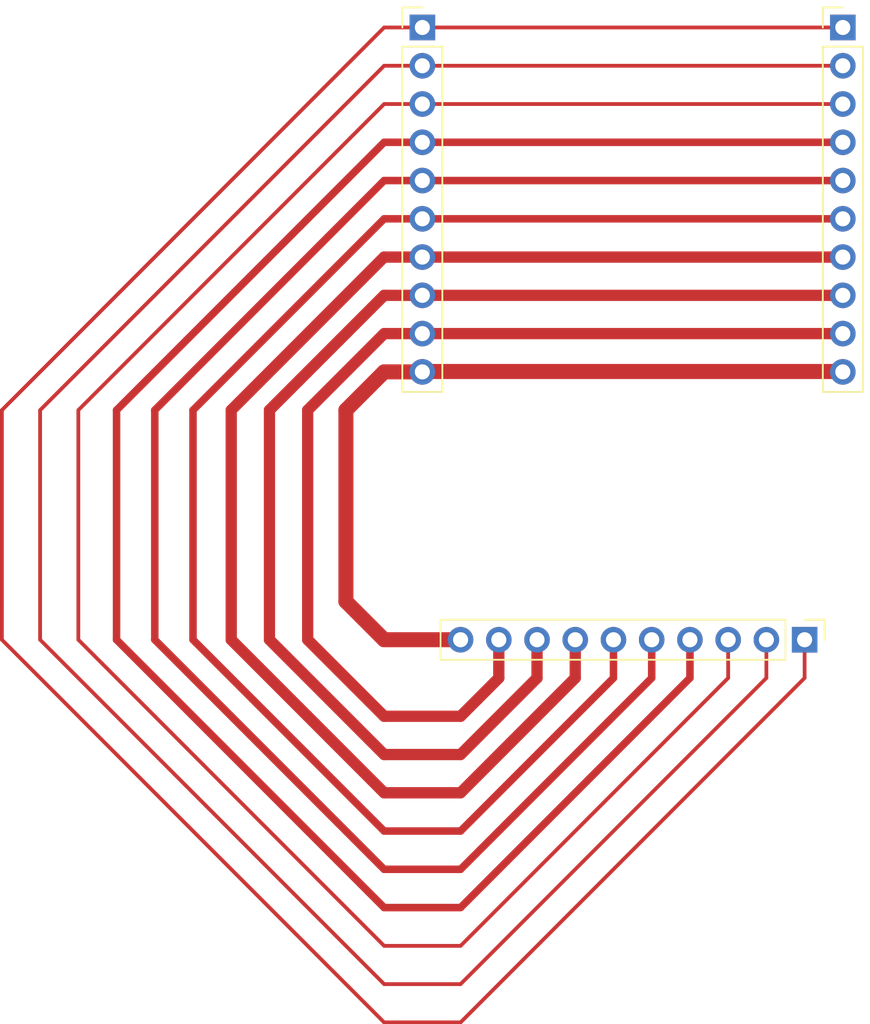
<source format=kicad_pcb>
(kicad_pcb (version 20221018) (generator pcbnew)
  (layers (0 "F.Cu" signal) (31 "B.Cu" signal) (34 "B.Paste" user) (35 "F.Paste" user) (36 "B.SilkS" user "B.Silkscreen") (37 "F.SilkS" user "F.Silkscreen") (38 "B.Mask" user) (39 "F.Mask" user) (44 "Edge.Cuts" user))
  (net 0 "")
  (footprint "Connector_PinHeader_2.54mm:PinHeader_1x10_P2.54mm_Vertical" (layer "F.Cu") (at 48.26 40.64)
    (fp_text reference "REF**" hide)
    (fp_text value "PinHeader_1x10_P2.54mm_Vertical" hide)
    (fp_line (start -1.33 -1.33) (end 0 -1.33) (stroke (width 0.12)) (layer "F.SilkS"))
    (fp_line (start -1.33 0) (end -1.33 -1.33) (stroke (width 0.12)) (layer "F.SilkS"))
    (fp_line (start -1.33 1.27) (end -1.33 24.19) (stroke (width 0.12)) (layer "F.SilkS"))
    (fp_line (start -1.33 1.27) (end 1.33 1.27) (stroke (width 0.12)) (layer "F.SilkS"))
    (fp_line (start -1.33 24.19) (end 1.33 24.19) (stroke (width 0.12)) (layer "F.SilkS"))
    (fp_line (start 1.33 1.27) (end 1.33 24.19) (stroke (width 0.12)) (layer "F.SilkS"))
    (pad "1" thru_hole rect (at 0 0) (size 1.7 1.7) (drill 1) (layers "*.Cu" "*.Mask"))
    (pad "2" thru_hole oval (at 0 2.54) (size 1.7 1.7) (drill 1) (layers "*.Cu" "*.Mask"))
    (pad "3" thru_hole oval (at 0 5.08) (size 1.7 1.7) (drill 1) (layers "*.Cu" "*.Mask"))
    (pad "4" thru_hole oval (at 0 7.62) (size 1.7 1.7) (drill 1) (layers "*.Cu" "*.Mask"))
    (pad "5" thru_hole oval (at 0 10.16) (size 1.7 1.7) (drill 1) (layers "*.Cu" "*.Mask"))
    (pad "6" thru_hole oval (at 0 12.7) (size 1.7 1.7) (drill 1) (layers "*.Cu" "*.Mask"))
    (pad "7" thru_hole oval (at 0 15.24) (size 1.7 1.7) (drill 1) (layers "*.Cu" "*.Mask"))
    (pad "8" thru_hole oval (at 0 17.78) (size 1.7 1.7) (drill 1) (layers "*.Cu" "*.Mask"))
    (pad "9" thru_hole oval (at 0 20.32) (size 1.7 1.7) (drill 1) (layers "*.Cu" "*.Mask"))
    (pad "10" thru_hole oval (at 0 22.86) (size 1.7 1.7) (drill 1) (layers "*.Cu" "*.Mask"))
  )
  (footprint "Connector_PinHeader_2.54mm:PinHeader_1x10_P2.54mm_Vertical" (layer "F.Cu") (at 76.2 40.64)
    (fp_text reference "REF**" hide)
    (fp_text value "PinHeader_1x10_P2.54mm_Vertical" hide)
    (fp_line (start -1.33 -1.33) (end 0 -1.33) (stroke (width 0.12)) (layer "F.SilkS"))
    (fp_line (start -1.33 0) (end -1.33 -1.33) (stroke (width 0.12)) (layer "F.SilkS"))
    (fp_line (start -1.33 1.27) (end -1.33 24.19) (stroke (width 0.12)) (layer "F.SilkS"))
    (fp_line (start -1.33 1.27) (end 1.33 1.27) (stroke (width 0.12)) (layer "F.SilkS"))
    (fp_line (start -1.33 24.19) (end 1.33 24.19) (stroke (width 0.12)) (layer "F.SilkS"))
    (fp_line (start 1.33 1.27) (end 1.33 24.19) (stroke (width 0.12)) (layer "F.SilkS"))
    (pad "1" thru_hole rect (at 0 0) (size 1.7 1.7) (drill 1) (layers "*.Cu" "*.Mask"))
    (pad "2" thru_hole oval (at 0 2.54) (size 1.7 1.7) (drill 1) (layers "*.Cu" "*.Mask"))
    (pad "3" thru_hole oval (at 0 5.08) (size 1.7 1.7) (drill 1) (layers "*.Cu" "*.Mask"))
    (pad "4" thru_hole oval (at 0 7.62) (size 1.7 1.7) (drill 1) (layers "*.Cu" "*.Mask"))
    (pad "5" thru_hole oval (at 0 10.16) (size 1.7 1.7) (drill 1) (layers "*.Cu" "*.Mask"))
    (pad "6" thru_hole oval (at 0 12.7) (size 1.7 1.7) (drill 1) (layers "*.Cu" "*.Mask"))
    (pad "7" thru_hole oval (at 0 15.24) (size 1.7 1.7) (drill 1) (layers "*.Cu" "*.Mask"))
    (pad "8" thru_hole oval (at 0 17.78) (size 1.7 1.7) (drill 1) (layers "*.Cu" "*.Mask"))
    (pad "9" thru_hole oval (at 0 20.32) (size 1.7 1.7) (drill 1) (layers "*.Cu" "*.Mask"))
    (pad "10" thru_hole oval (at 0 22.86) (size 1.7 1.7) (drill 1) (layers "*.Cu" "*.Mask"))
  )
  (footprint "Connector_PinHeader_2.54mm:PinHeader_1x10_P2.54mm_Vertical" (layer "F.Cu") (at 73.66 81.28 -90)
    (fp_text reference "REF**" hide)
    (fp_text value "PinHeader_1x10_P2.54mm_Vertical" hide)
    (fp_line (start -1.33 -1.33) (end 0 -1.33) (stroke (width 0.12)) (layer "F.SilkS"))
    (fp_line (start -1.33 0) (end -1.33 -1.33) (stroke (width 0.12)) (layer "F.SilkS"))
    (fp_line (start -1.33 1.27) (end -1.33 24.19) (stroke (width 0.12)) (layer "F.SilkS"))
    (fp_line (start -1.33 1.27) (end 1.33 1.27) (stroke (width 0.12)) (layer "F.SilkS"))
    (fp_line (start -1.33 24.19) (end 1.33 24.19) (stroke (width 0.12)) (layer "F.SilkS"))
    (fp_line (start 1.33 1.27) (end 1.33 24.19) (stroke (width 0.12)) (layer "F.SilkS"))
    (pad "1" thru_hole rect (at 0 0 270) (size 1.7 1.7) (drill 1) (layers "*.Cu" "*.Mask"))
    (pad "2" thru_hole oval (at 0 2.54 270) (size 1.7 1.7) (drill 1) (layers "*.Cu" "*.Mask"))
    (pad "3" thru_hole oval (at 0 5.08 270) (size 1.7 1.7) (drill 1) (layers "*.Cu" "*.Mask"))
    (pad "4" thru_hole oval (at 0 7.62 270) (size 1.7 1.7) (drill 1) (layers "*.Cu" "*.Mask"))
    (pad "5" thru_hole oval (at 0 10.16 270) (size 1.7 1.7) (drill 1) (layers "*.Cu" "*.Mask"))
    (pad "6" thru_hole oval (at 0 12.7 270) (size 1.7 1.7) (drill 1) (layers "*.Cu" "*.Mask"))
    (pad "7" thru_hole oval (at 0 15.24 270) (size 1.7 1.7) (drill 1) (layers "*.Cu" "*.Mask"))
    (pad "8" thru_hole oval (at 0 17.78 270) (size 1.7 1.7) (drill 1) (layers "*.Cu" "*.Mask"))
    (pad "9" thru_hole oval (at 0 20.32 270) (size 1.7 1.7) (drill 1) (layers "*.Cu" "*.Mask"))
    (pad "10" thru_hole oval (at 0 22.86 270) (size 1.7 1.7) (drill 1) (layers "*.Cu" "*.Mask"))
  )
  (segment (start 71.12 83.82) (end 71.12 81.28) (width 0.25) (layer "F.Cu") (net 0))
  (segment (start 20.32 81.28) (end 20.32 78.74) (width 0.25) (layer "F.Cu") (net 0))
  (segment (start 48.26 63.5) (end 45.72 63.5) (width 1) (layer "F.Cu") (net 0))
  (segment (start 68.58 81.28) (end 68.58 83.82) (width 0.25) (layer "F.Cu") (net 0))
  (segment (start 50.8 96.52) (end 45.72 96.52) (width 0.5) (layer "F.Cu") (net 0))
  (segment (start 45.72 91.44) (end 35.56 81.28) (width 0.75) (layer "F.Cu") (net 0))
  (segment (start 53.34 83.82) (end 50.8 86.36) (width 0.75) (layer "F.Cu") (net 0))
  (segment (start 45.72 81.28) (end 43.18 78.74) (width 1) (layer "F.Cu") (net 0))
  (segment (start 45.72 55.88) (end 48.26 55.88) (width 0.75) (layer "F.Cu") (net 0))
  (segment (start 45.72 48.26) (end 27.94 66.04) (width 0.5) (layer "F.Cu") (net 0))
  (segment (start 48.26 58.42) (end 76.2 58.42) (width 0.75) (layer "F.Cu") (net 0))
  (segment (start 45.72 93.98) (end 50.8 93.98) (width 0.5) (layer "F.Cu") (net 0))
  (segment (start 50.8 88.9) (end 55.88 83.82) (width 0.75) (layer "F.Cu") (net 0))
  (segment (start 55.88 83.82) (end 55.88 81.28) (width 0.75) (layer "F.Cu") (net 0))
  (segment (start 48.26 40.64) (end 45.72 40.64) (width 0.25) (layer "F.Cu") (net 0))
  (segment (start 38.1 81.28) (end 45.72 88.9) (width 0.75) (layer "F.Cu") (net 0))
  (segment (start 33.02 66.04) (end 33.02 81.28) (width 0.5) (layer "F.Cu") (net 0))
  (segment (start 48.26 40.64) (end 76.2 40.64) (width 0.25) (layer "F.Cu") (net 0))
  (segment (start 48.26 50.8) (end 76.2 50.8) (width 0.5) (layer "F.Cu") (net 0))
  (segment (start 45.72 50.8) (end 48.26 50.8) (width 0.5) (layer "F.Cu") (net 0))
  (segment (start 48.2854 63.4746) (end 76.1746 63.4746) (width 1) (layer "F.Cu") (net 0))
  (segment (start 45.72 86.36) (end 40.64 81.28) (width 0.75) (layer "F.Cu") (net 0))
  (segment (start 30.48 81.28) (end 30.48 66.04) (width 0.5) (layer "F.Cu") (net 0))
  (segment (start 68.58 83.82) (end 50.8 101.6) (width 0.25) (layer "F.Cu") (net 0))
  (segment (start 58.42 83.82) (end 50.8 91.44) (width 0.75) (layer "F.Cu") (net 0))
  (segment (start 40.64 81.28) (end 40.64 66.04) (width 0.75) (layer "F.Cu") (net 0))
  (segment (start 22.86 66.04) (end 22.86 81.28) (width 0.25) (layer "F.Cu") (net 0))
  (segment (start 25.4 81.28) (end 25.4 66.04) (width 0.25) (layer "F.Cu") (net 0))
  (segment (start 45.72 104.14) (end 50.8 104.14) (width 0.25) (layer "F.Cu") (net 0))
  (segment (start 63.5 83.82) (end 50.8 96.52) (width 0.5) (layer "F.Cu") (net 0))
  (segment (start 27.94 66.04) (end 27.94 81.28) (width 0.5) (layer "F.Cu") (net 0))
  (segment (start 60.96 83.82) (end 60.96 81.28) (width 0.5) (layer "F.Cu") (net 0))
  (segment (start 35.56 81.28) (end 35.56 66.04) (width 0.75) (layer "F.Cu") (net 0))
  (segment (start 48.26 63.5) (end 48.2854 63.4746) (width 1) (layer "F.Cu") (net 0))
  (segment (start 48.26 53.34) (end 76.2 53.34) (width 0.5) (layer "F.Cu") (net 0))
  (segment (start 22.86 81.28) (end 45.72 104.14) (width 0.25) (layer "F.Cu") (net 0))
  (segment (start 43.18 66.04) (end 43.18 78.74) (width 1) (layer "F.Cu") (net 0))
  (segment (start 48.26 45.72) (end 76.2 45.72) (width 0.25) (layer "F.Cu") (net 0))
  (segment (start 40.64 66.04) (end 45.72 60.96) (width 0.75) (layer "F.Cu") (net 0))
  (segment (start 45.72 58.42) (end 38.1 66.04) (width 0.75) (layer "F.Cu") (net 0))
  (segment (start 27.94 81.28) (end 45.72 99.06) (width 0.5) (layer "F.Cu") (net 0))
  (segment (start 45.72 53.34) (end 33.02 66.04) (width 0.5) (layer "F.Cu") (net 0))
  (segment (start 63.5 81.28) (end 63.5 83.82) (width 0.5) (layer "F.Cu") (net 0))
  (segment (start 48.26 48.26) (end 45.72 48.26) (width 0.5) (layer "F.Cu") (net 0))
  (segment (start 45.72 63.5) (end 43.18 66.04) (width 1) (layer "F.Cu") (net 0))
  (segment (start 73.66 83.82) (end 50.8 106.68) (width 0.25) (layer "F.Cu") (net 0))
  (segment (start 45.72 45.72) (end 48.26 45.72) (width 0.25) (layer "F.Cu") (net 0))
  (segment (start 48.26 53.34) (end 45.72 53.34) (width 0.5) (layer "F.Cu") (net 0))
  (segment (start 45.72 106.68) (end 20.32 81.28) (width 0.25) (layer "F.Cu") (net 0))
  (segment (start 66.04 83.82) (end 66.04 81.28) (width 0.5) (layer "F.Cu") (net 0))
  (segment (start 53.34 81.28) (end 53.34 83.82) (width 0.75) (layer "F.Cu") (net 0))
  (segment (start 48.26 43.18) (end 76.2 43.18) (width 0.25) (layer "F.Cu") (net 0))
  (segment (start 45.72 99.06) (end 50.8 99.06) (width 0.5) (layer "F.Cu") (net 0))
  (segment (start 45.72 96.52) (end 30.48 81.28) (width 0.5) (layer "F.Cu") (net 0))
  (segment (start 73.66 81.28) (end 73.66 83.82) (width 0.25) (layer "F.Cu") (net 0))
  (segment (start 50.8 104.14) (end 71.12 83.82) (width 0.25) (layer "F.Cu") (net 0))
  (segment (start 48.26 60.96) (end 76.2 60.96) (width 0.75) (layer "F.Cu") (net 0))
  (segment (start 45.72 101.6) (end 25.4 81.28) (width 0.25) (layer "F.Cu") (net 0))
  (segment (start 45.72 60.96) (end 48.26 60.96) (width 0.75) (layer "F.Cu") (net 0))
  (segment (start 38.1 66.04) (end 38.1 81.28) (width 0.75) (layer "F.Cu") (net 0))
  (segment (start 48.26 55.88) (end 76.2 55.88) (width 0.75) (layer "F.Cu") (net 0))
  (segment (start 58.42 81.28) (end 58.42 83.82) (width 0.75) (layer "F.Cu") (net 0))
  (segment (start 45.72 88.9) (end 50.8 88.9) (width 0.75) (layer "F.Cu") (net 0))
  (segment (start 20.32 66.04) (end 20.32 78.74) (width 0.25) (layer "F.Cu") (net 0))
  (segment (start 76.1746 63.4746) (end 76.2 63.5) (width 1) (layer "F.Cu") (net 0))
  (segment (start 50.8 93.98) (end 60.96 83.82) (width 0.5) (layer "F.Cu") (net 0))
  (segment (start 45.72 40.64) (end 20.32 66.04) (width 0.25) (layer "F.Cu") (net 0))
  (segment (start 50.8 86.36) (end 45.72 86.36) (width 0.75) (layer "F.Cu") (net 0))
  (segment (start 48.26 48.26) (end 76.2 48.26) (width 0.5) (layer "F.Cu") (net 0))
  (segment (start 48.26 58.42) (end 45.72 58.42) (width 0.75) (layer "F.Cu") (net 0))
  (segment (start 25.4 66.04) (end 45.72 45.72) (width 0.25) (layer "F.Cu") (net 0))
  (segment (start 35.56 66.04) (end 45.72 55.88) (width 0.75) (layer "F.Cu") (net 0))
  (segment (start 30.48 66.04) (end 45.72 50.8) (width 0.5) (layer "F.Cu") (net 0))
  (segment (start 50.8 81.28) (end 45.72 81.28) (width 1) (layer "F.Cu") (net 0))
  (segment (start 50.8 101.6) (end 45.72 101.6) (width 0.25) (layer "F.Cu") (net 0))
  (segment (start 50.8 99.06) (end 66.04 83.82) (width 0.5) (layer "F.Cu") (net 0))
  (segment (start 48.26 43.18) (end 45.72 43.18) (width 0.25) (layer "F.Cu") (net 0))
  (segment (start 45.72 43.18) (end 22.86 66.04) (width 0.25) (layer "F.Cu") (net 0))
  (segment (start 50.8 106.68) (end 45.72 106.68) (width 0.25) (layer "F.Cu") (net 0))
  (segment (start 33.02 81.28) (end 45.72 93.98) (width 0.5) (layer "F.Cu") (net 0))
  (segment (start 50.8 91.44) (end 45.72 91.44) (width 0.75) (layer "F.Cu") (net 0))
)
</source>
